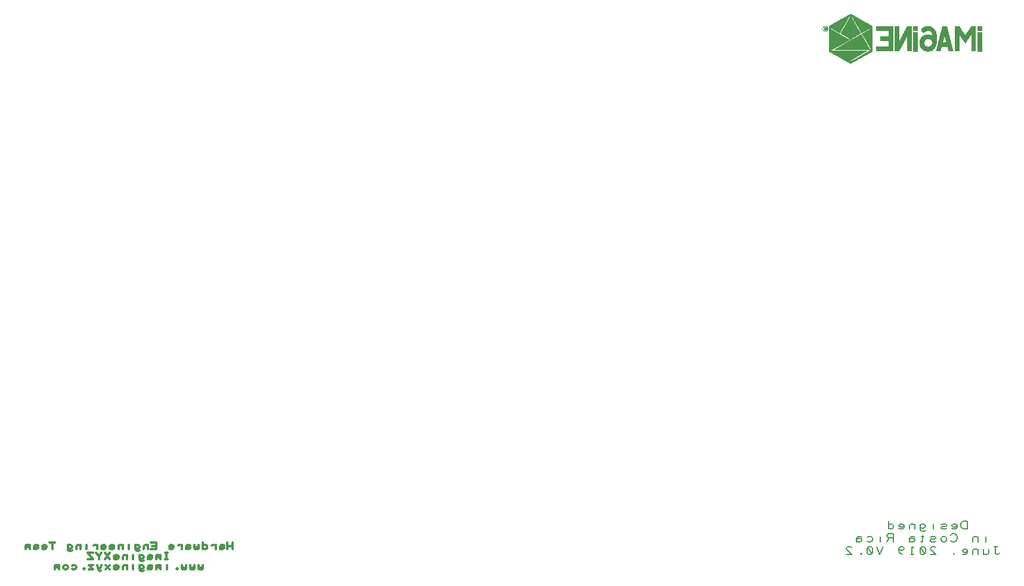
<source format=gbr>
G04 EasyPC Gerber Version 21.0.3 Build 4286 *
G04 #@! TF.Part,Single*
G04 #@! TF.FileFunction,Legend,Bot *
G04 #@! TF.FilePolarity,Positive *
%FSLAX35Y35*%
%MOIN*%
%ADD23C,0.00197*%
%ADD19C,0.00787*%
%ADD22C,0.01181*%
X0Y0D02*
D02*
D19*
X627219Y85019D02*
Y89448D01*
X625004*
X624266Y89079*
X623896Y88710*
X623528Y87972*
Y86495*
X623896Y85757*
X624266Y85388*
X625004Y85019*
X627219*
X618360Y85388D02*
X618729Y85019D01*
X619467*
X620206*
X620944Y85388*
X621313Y86126*
Y87233*
X620944Y87602*
X620206Y87972*
X619467*
X618729Y87602*
X618360Y87233*
Y86864*
X618729Y86495*
X619467Y86126*
X620206*
X620944Y86495*
X621313Y86864*
X615407Y85388D02*
X614669Y85019D01*
X613193*
X612455Y85388*
Y86126*
X613193Y86495*
X614669*
X615407Y86864*
Y87602*
X614669Y87972*
X613193*
X612455Y87602*
X608026Y85019D02*
Y87972D01*
Y89079D02*
X600644Y86864*
X601013Y87602D01*
X601751Y87972*
X602489*
X603227Y87602*
X603596Y86864*
Y86495*
X603227Y85757*
X602489Y85388*
X601751*
X601013Y85757*
X600644Y86495*
Y87972D02*
Y85019D01*
X601013Y84281*
X601751Y83911*
X602858*
X603596Y84281*
X597691Y85019D02*
Y87972D01*
Y86864D02*
X597322Y87602D01*
X596583Y87972*
X595845*
X595107Y87602*
X594738Y86864*
Y85019*
X588833Y85388D02*
X589202Y85019D01*
X589940*
X590678*
X591416Y85388*
X591785Y86126*
Y87233*
X591416Y87602*
X590678Y87972*
X589940*
X589202Y87602*
X588833Y87233*
Y86864*
X589202Y86495*
X589940Y86126*
X590678*
X591416Y86495*
X591785Y86864*
X582927D02*
X583296Y87602D01*
X584034Y87972*
X584772*
X585511Y87602*
X585880Y86864*
Y86126*
X585511Y85388*
X584772Y85019*
X584034*
X583296Y85388*
X582927Y86126*
Y85019D02*
Y89448D01*
X637553Y77932D02*
Y80885D01*
Y81992D02*
X633124Y77932*
Y80885D01*
Y79778D02*
X632755Y80516D01*
X632017Y80885*
X631278*
X630540Y80516*
X630171Y79778*
Y77932*
X617622Y78670D02*
X617991Y78301D01*
X618729Y77932*
X619837*
X620575Y78301*
X620944Y78670*
X621313Y79409*
Y80885*
X620944Y81623*
X620575Y81992*
X619837Y82361*
X618729*
X617991Y81992*
X617622Y81623*
X615407Y79039D02*
X615038Y78301D01*
X614300Y77932*
X613562*
X612824Y78301*
X612455Y79039*
Y79778*
X612824Y80516*
X613562Y80885*
X614300*
X615038Y80516*
X615407Y79778*
Y79039*
X609502Y78301D02*
X608764Y77932D01*
X607287*
X606549Y78301*
Y79039*
X607287Y79409*
X608764*
X609502Y79778*
Y80516*
X608764Y80885*
X607287*
X606549Y80516*
X602858Y80885D02*
X601382D01*
X602120Y81623D02*
Y78301D01*
X601751Y77932*
X601382*
X601013Y78301*
X597691Y80516D02*
X596953Y80885D01*
X595845*
X595107Y80516*
X594738Y79778*
Y78670*
X595107Y78301*
X595845Y77932*
X596583*
X597322Y78301*
X597691Y78670*
Y79039*
X597322Y79409*
X596583Y79778*
X595845*
X595107Y79409*
X594738Y79039*
Y78670D02*
Y77932D01*
X585880D02*
Y82361D01*
X583296*
X582558Y81992*
X582189Y81254*
X582558Y80516*
X583296Y80147*
X585880*
X583296D02*
X582189Y77932D01*
X578498D02*
Y80885D01*
Y81992D02*
X571116Y80516*
X571854Y80885D01*
X572961*
X573700Y80516*
X574069Y79778*
Y79039*
X573700Y78301*
X572961Y77932*
X571854*
X571116Y78301*
X568163Y80516D02*
X567425Y80885D01*
X566318*
X565580Y80516*
X565211Y79778*
Y78670*
X565580Y78301*
X566318Y77932*
X567056*
X567794Y78301*
X568163Y78670*
Y79039*
X567794Y79409*
X567056Y79778*
X566318*
X565580Y79409*
X565211Y79039*
Y78670D02*
Y77932D01*
X644935Y71584D02*
X644566Y71215D01*
X643828Y70846*
X643089Y71215*
X642720Y71584*
Y75275*
X641982*
X642720D02*
X644197D01*
X639030Y73798D02*
Y71953D01*
X638660Y71215*
X637922Y70846*
X637184*
X636446Y71215*
X636077Y71953*
Y73798D02*
Y70846D01*
X633124D02*
Y73798D01*
Y72691D02*
X632755Y73429D01*
X632017Y73798*
X631278*
X630540Y73429*
X630171Y72691*
Y70846*
X624266Y71215D02*
X624635Y70846D01*
X625373*
X626111*
X626849Y71215*
X627219Y71953*
Y73060*
X626849Y73429*
X626111Y73798*
X625373*
X624635Y73429*
X624266Y73060*
Y72691*
X624635Y72322*
X625373Y71953*
X626111*
X626849Y72322*
X627219Y72691*
X619837Y70846D02*
X619467Y71215D01*
Y71584*
X606549Y70846D02*
X609502D01*
X606918Y73429*
X606549Y74167*
X606918Y74906*
X607656Y75275*
X608764*
X609502Y74906*
X603227Y71215D02*
X602489Y70846D01*
X601751*
X601013Y71215*
X600644Y71953*
Y74167*
X601013Y74906*
X601751Y75275*
X602489*
X603227Y74906*
X603596Y74167*
Y71953*
X603227Y71215*
X601013Y74906*
X596953Y70846D02*
X595476D01*
X596215D02*
Y75275D01*
X596953Y74537*
X590678Y70846D02*
X589940Y71215D01*
X589202Y71953*
X588833Y73060*
Y74167*
X589202Y74906*
X589940Y75275*
X590678*
X591416Y74906*
X591785Y74167*
X591416Y73429*
X590678Y73060*
X589940*
X589202Y73429*
X588833Y74167*
X579974Y75275D02*
X578129Y70846D01*
X576283Y75275*
X573700Y71215D02*
X572961Y70846D01*
X572223*
X571485Y71215*
X571116Y71953*
Y74167*
X571485Y74906*
X572223Y75275*
X572961*
X573700Y74906*
X574069Y74167*
Y71953*
X573700Y71215*
X571485Y74906*
X567794Y70846D02*
X567425Y71215D01*
X567794Y71584*
X568163Y71215*
X567794Y70846*
X559305D02*
X562258D01*
X559674Y73429*
X559305Y74167*
X559674Y74906*
X560412Y75275*
X561520*
X562258Y74906*
D02*
D22*
X216392Y73774D02*
Y77317D01*
Y75545D02*
X213439D01*
Y73774D02*
Y77317D01*
X211667Y75841D02*
X211077Y76136D01*
X210191*
X209600Y75841*
X209305Y75250*
Y74364*
X209600Y74069*
X210191Y73774*
X210781*
X211372Y74069*
X211667Y74364*
Y74659*
X211372Y74955*
X210781Y75250*
X210191*
X209600Y74955*
X209305Y74659*
Y74364D02*
Y73774D01*
X206943D02*
Y76136D01*
Y75250D02*
X206648Y75841D01*
X206057Y76136*
X205467*
X204876Y75841*
X199856Y75250D02*
X200152Y75841D01*
X200742Y76136*
X201333*
X201923Y75841*
X202219Y75250*
Y74659*
X201923Y74069*
X201333Y73774*
X200742*
X200152Y74069*
X199856Y74659*
Y73774D02*
Y77317D01*
X197494Y76136D02*
Y74069D01*
X197199Y73774*
X196608*
X196313Y74069*
Y74955*
Y74069D02*
X196018Y73774D01*
X195427*
X195132Y74069*
Y76136*
X192770Y75841D02*
X192179Y76136D01*
X191293*
X190703Y75841*
X190407Y75250*
Y74364*
X190703Y74069*
X191293Y73774*
X191884*
X192474Y74069*
X192770Y74364*
Y74659*
X192474Y74955*
X191884Y75250*
X191293*
X190703Y74955*
X190407Y74659*
Y74364D02*
Y73774D01*
X188045D02*
Y76136D01*
Y75250D02*
X187750Y75841D01*
X187159Y76136*
X186569*
X185978Y75841*
X180959Y74069D02*
X181254Y73774D01*
X181844*
X182435*
X183026Y74069*
X183321Y74659*
Y75545*
X183026Y75841*
X182435Y76136*
X181844*
X181254Y75841*
X180959Y75545*
Y75250*
X181254Y74955*
X181844Y74659*
X182435*
X183026Y74955*
X183321Y75250*
X173872Y73774D02*
Y77317D01*
X170919*
X171510Y75545D02*
X173872D01*
Y73774D02*
X170919D01*
X169148D02*
Y76136D01*
Y75250D02*
X168852Y75841D01*
X168262Y76136*
X167671*
X167081Y75841*
X166785Y75250*
Y73774*
X162061Y75250D02*
X162356Y75841D01*
X162947Y76136*
X163537*
X164128Y75841*
X164423Y75250*
Y74955*
X164128Y74364*
X163537Y74069*
X162947*
X162356Y74364*
X162061Y74955*
Y76136D02*
Y73774D01*
X162356Y73183*
X162947Y72888*
X163833*
X164423Y73183*
X158518Y73774D02*
Y76136D01*
Y77022D02*
X154974Y73774*
Y76136D01*
Y75250D02*
X154679Y75841D01*
X154089Y76136*
X153498*
X152907Y75841*
X152612Y75250*
Y73774*
X147888Y74069D02*
X148183Y73774D01*
X148774*
X149364*
X149955Y74069*
X150250Y74659*
Y75545*
X149955Y75841*
X149364Y76136*
X148774*
X148183Y75841*
X147888Y75545*
Y75250*
X148183Y74955*
X148774Y74659*
X149364*
X149955Y74955*
X150250Y75250*
X143163Y74069D02*
X143459Y73774D01*
X144049*
X144640*
X145230Y74069*
X145526Y74659*
Y75545*
X145230Y75841*
X144640Y76136*
X144049*
X143459Y75841*
X143163Y75545*
Y75250*
X143459Y74955*
X144049Y74659*
X144640*
X145230Y74955*
X145526Y75250*
X140801Y73774D02*
Y76136D01*
Y75250D02*
X140506Y75841D01*
X139915Y76136*
X139325*
X138734Y75841*
X134896Y73774D02*
Y76136D01*
Y77022D02*
X131352Y73774*
Y76136D01*
Y75250D02*
X131057Y75841D01*
X130467Y76136*
X129876*
X129285Y75841*
X128990Y75250*
Y73774*
X124266Y75250D02*
X124561Y75841D01*
X125152Y76136*
X125742*
X126333Y75841*
X126628Y75250*
Y74955*
X126333Y74364*
X125742Y74069*
X125152*
X124561Y74364*
X124266Y74955*
Y76136D02*
Y73774D01*
X124561Y73183*
X125152Y72888*
X126037*
X126628Y73183*
X115703Y73774D02*
Y77317D01*
X117179D02*
X114226D01*
X110093Y74069D02*
X110388Y73774D01*
X110978*
X111569*
X112159Y74069*
X112455Y74659*
Y75545*
X112159Y75841*
X111569Y76136*
X110978*
X110388Y75841*
X110093Y75545*
Y75250*
X110388Y74955*
X110978Y74659*
X111569*
X112159Y74955*
X112455Y75250*
X107730Y75841D02*
X107140Y76136D01*
X106254*
X105663Y75841*
X105368Y75250*
Y74364*
X105663Y74069*
X106254Y73774*
X106844*
X107435Y74069*
X107730Y74364*
Y74659*
X107435Y74955*
X106844Y75250*
X106254*
X105663Y74955*
X105368Y74659*
Y74364D02*
Y73774D01*
X103006D02*
Y76136D01*
Y75841D02*
X102711Y76136D01*
X102120*
X101825Y75841*
Y74955*
Y75841D02*
X101530Y76136D01*
X100939*
X100644Y75841*
Y73774*
X180073Y68104D02*
X178892D01*
X179482D02*
Y71648D01*
X180073D02*
X178892D01*
X176234Y68104D02*
Y70467D01*
Y70171D02*
X175939Y70467D01*
X175348*
X175053Y70171*
Y69285*
Y70171D02*
X174758Y70467D01*
X174167*
X173872Y70171*
Y68104*
X171510Y70171D02*
X170919Y70467D01*
X170033*
X169443Y70171*
X169148Y69581*
Y68695*
X169443Y68400*
X170033Y68104*
X170624*
X171215Y68400*
X171510Y68695*
Y68990*
X171215Y69285*
X170624Y69581*
X170033*
X169443Y69285*
X169148Y68990*
Y68695D02*
Y68104D01*
X164423Y69581D02*
X164719Y70171D01*
X165309Y70467*
X165900*
X166490Y70171*
X166785Y69581*
Y69285*
X166490Y68695*
X165900Y68400*
X165309*
X164719Y68695*
X164423Y69285*
Y70467D02*
Y68104D01*
X164719Y67514*
X165309Y67219*
X166195*
X166785Y67514*
X160880Y68104D02*
Y70467D01*
Y71352D02*
X157337Y68104*
Y70467D01*
Y69581D02*
X157041Y70171D01*
X156451Y70467*
X155860*
X155270Y70171*
X154974Y69581*
Y68104*
X150250Y68400D02*
X150545Y68104D01*
X151136*
X151726*
X152317Y68400*
X152612Y68990*
Y69876*
X152317Y70171*
X151726Y70467*
X151136*
X150545Y70171*
X150250Y69876*
Y69581*
X150545Y69285*
X151136Y68990*
X151726*
X152317Y69285*
X152612Y69581*
X147888Y68104D02*
X144935Y71648D01*
X147888D02*
X144935Y68104D01*
X141687D02*
Y69876D01*
X143163Y71648*
X141687Y69876D02*
X140211Y71648D01*
X138439D02*
X135486D01*
X138439Y68104*
X135486*
X199856Y64797D02*
Y62730D01*
X199561Y62435*
X198970*
X198675Y62730*
Y63616*
Y62730D02*
X198380Y62435D01*
X197789*
X197494Y62730*
Y64797*
X195132D02*
Y62730D01*
X194837Y62435*
X194246*
X193951Y62730*
Y63616*
Y62730D02*
X193656Y62435D01*
X193065*
X192770Y62730*
Y64797*
X190407D02*
Y62730D01*
X190112Y62435*
X189522*
X189226Y62730*
Y63616*
Y62730D02*
X188931Y62435D01*
X188341*
X188045Y62730*
Y64797*
X185388Y62435D02*
X185093Y62730D01*
X185388Y63026*
X185683Y62730*
X185388Y62435*
X179778D02*
Y64797D01*
Y65683D02*
X176234Y62435*
Y64797D01*
Y64502D02*
X175939Y64797D01*
X175348*
X175053Y64502*
Y63616*
Y64502D02*
X174758Y64797D01*
X174167*
X173872Y64502*
Y62435*
X171510Y64502D02*
X170919Y64797D01*
X170033*
X169443Y64502*
X169148Y63911*
Y63026*
X169443Y62730*
X170033Y62435*
X170624*
X171215Y62730*
X171510Y63026*
Y63321*
X171215Y63616*
X170624Y63911*
X170033*
X169443Y63616*
X169148Y63321*
Y63026D02*
Y62435D01*
X164423Y63911D02*
X164719Y64502D01*
X165309Y64797*
X165900*
X166490Y64502*
X166785Y63911*
Y63616*
X166490Y63026*
X165900Y62730*
X165309*
X164719Y63026*
X164423Y63616*
Y64797D02*
Y62435D01*
X164719Y61844*
X165309Y61549*
X166195*
X166785Y61844*
X160880Y62435D02*
Y64797D01*
Y65683D02*
X157337Y62435*
Y64797D01*
Y63911D02*
X157041Y64502D01*
X156451Y64797*
X155860*
X155270Y64502*
X154974Y63911*
Y62435*
X150250Y62730D02*
X150545Y62435D01*
X151136*
X151726*
X152317Y62730*
X152612Y63321*
Y64207*
X152317Y64502*
X151726Y64797*
X151136*
X150545Y64502*
X150250Y64207*
Y63911*
X150545Y63616*
X151136Y63321*
X151726*
X152317Y63616*
X152612Y63911*
X147888Y62435D02*
X145526Y64797D01*
Y62435D02*
X147888Y64797D01*
X143163D02*
X142868Y63616D01*
X142278Y63026*
X141687*
X141096Y63616*
X140801Y64797*
X141096Y63616D02*
X141392Y62435D01*
X141687Y61844*
X142278Y61549*
X142868Y61844*
X138439Y64797D02*
X136077D01*
X138439Y62435*
X136077*
X133419D02*
X133124Y62730D01*
X133419Y63026*
X133715Y62730*
X133419Y62435*
X126628Y64502D02*
X127219Y64797D01*
X128104*
X128695Y64502*
X128990Y63911*
Y63321*
X128695Y62730*
X128104Y62435*
X127219*
X126628Y62730*
X124266Y63321D02*
X123970Y62730D01*
X123380Y62435*
X122789*
X122199Y62730*
X121904Y63321*
Y63911*
X122199Y64502*
X122789Y64797*
X123380*
X123970Y64502*
X124266Y63911*
Y63321*
X119541Y62435D02*
Y64797D01*
Y64502D02*
X119246Y64797D01*
X118656*
X118360Y64502*
Y63616*
Y64502D02*
X118065Y64797D01*
X117474*
X117179Y64502*
Y62435*
D02*
D23*
X546163Y365166D02*
X546173Y364967D01*
X546205Y364784*
X546257Y364611*
X546330Y364444*
X546423Y364287*
X546538Y364152*
X546673Y364037*
X546830Y363944*
X546997Y363871*
X547170Y363819*
X547353Y363787*
X547552Y363777*
X547750Y363787*
X547934Y363819*
X548106Y363871*
X548274Y363944*
X548430Y364037*
X548566Y364152*
X548680Y364287*
X548774Y364444*
X548847Y364611*
X548899Y364784*
X548930Y364967*
X548941Y365166*
X548930Y365365*
X548899Y365548*
X548847Y365720*
X548774Y365888*
X548680Y366044*
X548566Y366180*
X548430Y366294*
X548274Y366388*
X548106Y366461*
X547934Y366513*
X547750Y366544*
X547552Y366555*
X547353Y366544*
X547170Y366513*
X546997Y366461*
X546830Y366388*
X546673Y366294*
X546538Y366180*
X546423Y366044*
X546330Y365888*
X546257Y365720*
X546205Y365548*
X546173Y365365*
X546163Y365166*
X548385Y365944D02*
X547552D01*
X547428Y365934*
X547316Y365909*
X547224Y365873*
X547163Y365833*
X547099Y365780*
X547066Y365707*
X547054Y365614*
X547052Y365499*
X547061Y365424*
X547087Y365360*
X547122Y365296*
X547163Y365222*
X547215Y365180*
X547288Y365138*
X547381Y365096*
X547496Y365055*
X547456Y365046*
X547420Y365027*
X547394Y365008*
X547385Y364999*
X547352Y364957*
X547330Y364916*
X547307Y364874*
X547274Y364833*
X547255Y364802*
X547205Y364715*
X547133Y364575*
X547052Y364388*
X547496*
X547602Y364576*
X547677Y364722*
X547731Y364826*
X547774Y364888*
X547816Y364929*
X547857Y364965*
X547899Y364990*
X547941Y364999*
X547996*
Y364388*
X548385*
Y365944*
X547136Y364580D02*
X547604D01*
X547996D02*
X548385D01*
X547239Y364774D02*
X547704D01*
X547996D02*
X548385D01*
X547361Y364969D02*
X547865D01*
X547996D02*
X548385D01*
X547243Y365164D02*
X548385D01*
X547087Y365359D02*
X548385D01*
X547053Y365554D02*
X548385D01*
X547085Y365749D02*
X548385D01*
X550441Y365055D02*
X552982Y363583D01*
X555524Y362110*
X558066Y360638*
X560607Y359166*
X560802Y359277*
X561385Y359610*
X560135Y360333*
X558885Y361055*
X557635Y361777*
X556385Y362499*
X556357Y362513*
X556330Y362527*
X556302Y362541*
X556274Y362555*
X556288Y362583*
X556302Y362610*
X556316Y362638*
X556330Y362666*
X557635Y364930*
X561552Y371721*
Y372499*
X561219Y372305*
X561052Y372207*
X560885Y372110*
X558274Y367583*
X556969Y365319*
X555663Y363055*
X555649Y363027*
X555621Y362971*
X555607Y362944*
X555552Y362971*
X555524Y362985*
X555496Y362999*
X554246Y363721*
X552996Y364444*
X551746Y365166*
X550496Y365888*
Y365055*
X550441*
X551274Y352666D02*
X570607D01*
X570496Y352596*
X570385Y352527*
X570274Y352457*
X570163Y352388*
X567871Y351069*
X563288Y348430*
X560996Y347110*
X561580Y346777*
X561774Y346666*
X564552Y348263*
X570107Y351457*
X572885Y353055*
X572719Y353152*
X572552Y353249*
X572219Y353444*
X552830*
X552955Y353513*
X553080Y353583*
X553205Y353652*
X553330Y353721*
X555621Y355041*
X557913Y356360*
X560205Y357680*
X562496Y358999*
X562302Y359110*
X562107Y359221*
X561913Y359333*
X561719Y359444*
X558941Y357846*
X556163Y356249*
X553385Y354652*
X550607Y353055*
X550941Y352860*
X551107Y352763*
X551274Y352666*
X561668Y373436D02*
Y372563D01*
X561917Y372313*
X562666Y372063*
X567908Y362953*
X573025Y365948*
Y364950*
X568282Y362204*
X573025Y354092*
Y353343*
X572151Y353842*
X567533Y361954*
X552807Y353468*
X572151*
X572900Y353093*
X561668Y346604*
Y345730*
X573774Y352594*
Y366572*
X561668Y373436*
Y345763D02*
X561726D01*
X561668Y345958D02*
X562070D01*
X561668Y346153D02*
X562413D01*
X561668Y346348D02*
X562757D01*
X561668Y346543D02*
X563101D01*
X561899Y346737D02*
X563444D01*
X562237Y346932D02*
X563788D01*
X562574Y347127D02*
X564132D01*
X562911Y347322D02*
X564476D01*
X563248Y347517D02*
X564819D01*
X563586Y347712D02*
X565163D01*
X563923Y347907D02*
X565507D01*
X564261Y348102D02*
X565850D01*
X564598Y348296D02*
X566194D01*
X564935Y348491D02*
X566538D01*
X565272Y348686D02*
X566881D01*
X565609Y348881D02*
X567225D01*
X565947Y349076D02*
X567569D01*
X566284Y349271D02*
X567913D01*
X566622Y349466D02*
X568256D01*
X566959Y349661D02*
X568600D01*
X567296Y349856D02*
X568944D01*
X567633Y350050D02*
X569287D01*
X567971Y350245D02*
X569631D01*
X568308Y350440D02*
X569975D01*
X568645Y350635D02*
X570319D01*
X568983Y350830D02*
X570662D01*
X569320Y351025D02*
X571006D01*
X569657Y351220D02*
X571350D01*
X569994Y351415D02*
X571693D01*
X570332Y351609D02*
X572037D01*
X570669Y351804D02*
X572381D01*
X571006Y351999D02*
X572724D01*
X571344Y352194D02*
X573068D01*
X571681Y352389D02*
X573412D01*
X572018Y352584D02*
X573756D01*
X572356Y352779D02*
X573774D01*
X572693Y352974D02*
X573774D01*
X572750Y353169D02*
X573774D01*
X572360Y353363D02*
X572989D01*
X573025D02*
X573774D01*
X552964Y353558D02*
X572648D01*
X573025D02*
X573774D01*
X553302Y353753D02*
X572307D01*
X573025D02*
X573774D01*
X553640Y353948D02*
X572091D01*
X573025D02*
X573774D01*
X553978Y354143D02*
X571980D01*
X572995D02*
X573774D01*
X554317Y354338D02*
X571869D01*
X572881D02*
X573774D01*
X554655Y354533D02*
X571758D01*
X572767D02*
X573774D01*
X554993Y354728D02*
X571647D01*
X572653D02*
X573774D01*
X555331Y354922D02*
X571536D01*
X572539D02*
X573774D01*
X555669Y355117D02*
X571425D01*
X572425D02*
X573774D01*
X556007Y355312D02*
X571314D01*
X572311D02*
X573774D01*
X556346Y355507D02*
X571204D01*
X572197D02*
X573774D01*
X556684Y355702D02*
X571093D01*
X572083D02*
X573774D01*
X557022Y355897D02*
X570981D01*
X571970D02*
X573774D01*
X557360Y356092D02*
X570870D01*
X571856D02*
X573774D01*
X557698Y356287D02*
X570760D01*
X571742D02*
X573774D01*
X558037Y356481D02*
X570649D01*
X571628D02*
X573774D01*
X558375Y356676D02*
X570538D01*
X571514D02*
X573774D01*
X558713Y356871D02*
X570427D01*
X571400D02*
X573774D01*
X559051Y357066D02*
X570316D01*
X571286D02*
X573774D01*
X559389Y357261D02*
X570205D01*
X571172D02*
X573774D01*
X559728Y357456D02*
X570094D01*
X571058D02*
X573774D01*
X560065Y357651D02*
X569983D01*
X570944D02*
X573774D01*
X560404Y357846D02*
X569872D01*
X570830D02*
X573774D01*
X560742Y358041D02*
X569761D01*
X570716D02*
X573774D01*
X561080Y358235D02*
X569650D01*
X570602D02*
X573774D01*
X561418Y358430D02*
X569539D01*
X570489D02*
X573774D01*
X561756Y358625D02*
X569428D01*
X570374D02*
X573774D01*
X562094Y358820D02*
X569318D01*
X570261D02*
X573774D01*
X562433Y359015D02*
X569207D01*
X570146D02*
X573774D01*
X562771Y359210D02*
X569096D01*
X570033D02*
X573774D01*
X563109Y359405D02*
X568985D01*
X569919D02*
X573774D01*
X563447Y359600D02*
X568874D01*
X569805D02*
X573774D01*
X563785Y359794D02*
X568763D01*
X569691D02*
X573774D01*
X564124Y359989D02*
X568652D01*
X569577D02*
X573774D01*
X564462Y360184D02*
X568541D01*
X569463D02*
X573774D01*
X564800Y360379D02*
X568430D01*
X569349D02*
X573774D01*
X565138Y360574D02*
X568319D01*
X569235D02*
X573774D01*
X565476Y360769D02*
X568208D01*
X569121D02*
X573774D01*
X565815Y360964D02*
X568097D01*
X569007D02*
X573774D01*
X566153Y361159D02*
X567986D01*
X568893D02*
X573774D01*
X566491Y361354D02*
X567876D01*
X568780D02*
X573774D01*
X566829Y361548D02*
X567765D01*
X568665D02*
X573774D01*
X567167Y361743D02*
X567654D01*
X568552D02*
X573774D01*
X567506Y361938D02*
X567543D01*
X568438D02*
X573774D01*
X568324Y362133D02*
X573774D01*
X568496Y362328D02*
X573774D01*
X568833Y362523D02*
X573774D01*
X569170Y362718D02*
X573774D01*
X569506Y362913D02*
X573774D01*
X567819Y363107D02*
X568172D01*
X569843D02*
X573774D01*
X567707Y363302D02*
X568505D01*
X570180D02*
X573774D01*
X567594Y363497D02*
X568838D01*
X570516D02*
X573774D01*
X567483Y363692D02*
X569171D01*
X570853D02*
X573774D01*
X567370Y363887D02*
X569504D01*
X571189D02*
X573774D01*
X567258Y364082D02*
X569837D01*
X571526D02*
X573774D01*
X567146Y364277D02*
X570170D01*
X571863D02*
X573774D01*
X567034Y364472D02*
X570503D01*
X572199D02*
X573774D01*
X566922Y364667D02*
X570835D01*
X572536D02*
X573774D01*
X566810Y364861D02*
X571169D01*
X572872D02*
X573774D01*
X566698Y365056D02*
X571502D01*
X573025D02*
X573774D01*
X566585Y365251D02*
X571834D01*
X573025D02*
X573774D01*
X566473Y365446D02*
X572167D01*
X573025D02*
X573774D01*
X566361Y365641D02*
X572500D01*
X573025D02*
X573774D01*
X566249Y365836D02*
X572833D01*
X573025D02*
X573774D01*
X566137Y366031D02*
X573774D01*
X566025Y366226D02*
X573774D01*
X565913Y366420D02*
X573774D01*
X565801Y366615D02*
X573697D01*
X565689Y366810D02*
X573354D01*
X565576Y367005D02*
X573010D01*
X565464Y367200D02*
X572666D01*
X565352Y367395D02*
X572322D01*
X565240Y367590D02*
X571979D01*
X565128Y367785D02*
X571635D01*
X565016Y367980D02*
X571291D01*
X564904Y368174D02*
X570948D01*
X564791Y368369D02*
X570604D01*
X564680Y368564D02*
X570260D01*
X564567Y368759D02*
X569917D01*
X564455Y368954D02*
X569573D01*
X564343Y369149D02*
X569229D01*
X564231Y369344D02*
X568885D01*
X564119Y369539D02*
X568542D01*
X564007Y369733D02*
X568198D01*
X563894Y369928D02*
X567854D01*
X563782Y370123D02*
X567511D01*
X563670Y370318D02*
X567167D01*
X563558Y370513D02*
X566823D01*
X563446Y370708D02*
X566480D01*
X563334Y370903D02*
X566136D01*
X563222Y371098D02*
X565792D01*
X563110Y371293D02*
X565448D01*
X562998Y371487D02*
X565105D01*
X562885Y371682D02*
X564761D01*
X562773Y371877D02*
X564417D01*
X562640Y372072D02*
X564074D01*
X562056Y372267D02*
X563730D01*
X561769Y372462D02*
X563386D01*
X561668Y372657D02*
X563043D01*
X561668Y372852D02*
X562699D01*
X561668Y373046D02*
X562355D01*
X561668Y373241D02*
X562011D01*
X561668Y373436D02*
X549687Y366572D01*
Y352594*
X561668Y345730*
Y346728*
X561044Y347103*
X570654Y352719*
X551309*
X550560Y353093*
X561668Y359458*
X562541Y358959*
X562791Y359209*
X562042Y359708*
X567159Y362578*
X561917Y371689*
Y372438*
X561668*
Y371814*
X556301Y362703*
X561418Y359583*
X560544Y359084*
X550435Y365074*
Y365948*
X555552Y362953*
X560919Y372063*
X561668Y372563*
Y373436*
X561610Y345763D02*
X561668D01*
X561270Y345958D02*
X561668D01*
X560930Y346153D02*
X561668D01*
X560589Y346348D02*
X561668D01*
X560249Y346543D02*
X561668D01*
X559909Y346737D02*
X561653D01*
X559569Y346932D02*
X561328D01*
X559229Y347127D02*
X561085D01*
X558889Y347322D02*
X561419D01*
X558548Y347517D02*
X561752D01*
X558208Y347712D02*
X562086D01*
X557868Y347907D02*
X562419D01*
X557528Y348102D02*
X562753D01*
X557188Y348296D02*
X563086D01*
X556848Y348491D02*
X563420D01*
X556507Y348686D02*
X563753D01*
X556167Y348881D02*
X564087D01*
X555827Y349076D02*
X564420D01*
X555487Y349271D02*
X564754D01*
X555147Y349466D02*
X565087D01*
X554807Y349661D02*
X565420D01*
X554467Y349856D02*
X565754D01*
X554126Y350050D02*
X566087D01*
X553786Y350245D02*
X566421D01*
X553446Y350440D02*
X566754D01*
X553106Y350635D02*
X567088D01*
X552766Y350830D02*
X567421D01*
X552426Y351025D02*
X567755D01*
X552085Y351220D02*
X568088D01*
X551745Y351415D02*
X568422D01*
X551405Y351609D02*
X568755D01*
X551065Y351804D02*
X569089D01*
X550725Y351999D02*
X569422D01*
X550385Y352194D02*
X569756D01*
X550044Y352389D02*
X570089D01*
X549704Y352584D02*
X570422D01*
X549687Y352779D02*
X551189D01*
X549687Y352974D02*
X550800D01*
X549687Y353169D02*
X550691D01*
X549687Y353363D02*
X551031D01*
X549687Y353558D02*
X551372D01*
X549687Y353753D02*
X551712D01*
X549687Y353948D02*
X552052D01*
X549687Y354143D02*
X552392D01*
X549687Y354338D02*
X552732D01*
X549687Y354533D02*
X553072D01*
X549687Y354728D02*
X553412D01*
X549687Y354922D02*
X553752D01*
X549687Y355117D02*
X554093D01*
X549687Y355312D02*
X554432D01*
X549687Y355507D02*
X554772D01*
X549687Y355702D02*
X555113D01*
X549687Y355897D02*
X555453D01*
X549687Y356092D02*
X555793D01*
X549687Y356287D02*
X556133D01*
X549687Y356481D02*
X556473D01*
X549687Y356676D02*
X556813D01*
X549687Y356871D02*
X557153D01*
X549687Y357066D02*
X557493D01*
X549687Y357261D02*
X557833D01*
X549687Y357456D02*
X558173D01*
X549687Y357651D02*
X558513D01*
X549687Y357846D02*
X558854D01*
X549687Y358041D02*
X559194D01*
X549687Y358235D02*
X559534D01*
X549687Y358430D02*
X559874D01*
X549687Y358625D02*
X560214D01*
X549687Y358820D02*
X560554D01*
X549687Y359015D02*
X560894D01*
X562444D02*
X562597D01*
X549687Y359210D02*
X560332D01*
X560765D02*
X561234D01*
X562102D02*
X562789D01*
X549687Y359405D02*
X560003D01*
X561106D02*
X561574D01*
X561761D02*
X562497D01*
X549687Y359600D02*
X559674D01*
X561391D02*
X562204D01*
X549687Y359794D02*
X559345D01*
X561071D02*
X562196D01*
X549687Y359989D02*
X559017D01*
X560752D02*
X562544D01*
X549687Y360184D02*
X558687D01*
X560432D02*
X562891D01*
X549687Y360379D02*
X558359D01*
X560113D02*
X563239D01*
X549687Y360574D02*
X558030D01*
X559793D02*
X563586D01*
X549687Y360769D02*
X557701D01*
X559473D02*
X563933D01*
X549687Y360964D02*
X557372D01*
X559154D02*
X564281D01*
X549687Y361159D02*
X557043D01*
X558834D02*
X564628D01*
X549687Y361354D02*
X556715D01*
X558515D02*
X564976D01*
X549687Y361548D02*
X556385D01*
X558195D02*
X565323D01*
X549687Y361743D02*
X556057D01*
X557875D02*
X565670D01*
X549687Y361938D02*
X555728D01*
X557556D02*
X566018D01*
X549687Y362133D02*
X555399D01*
X557236D02*
X566365D01*
X549687Y362328D02*
X555070D01*
X556917D02*
X566713D01*
X549687Y362523D02*
X554741D01*
X556597D02*
X567060D01*
X549687Y362718D02*
X554412D01*
X556310D02*
X567079D01*
X549687Y362913D02*
X554083D01*
X556424D02*
X566967D01*
X549687Y363107D02*
X553755D01*
X555288D02*
X555643D01*
X556539D02*
X566855D01*
X549687Y363302D02*
X553426D01*
X554955D02*
X555758D01*
X556654D02*
X566743D01*
X549687Y363497D02*
X553097D01*
X554622D02*
X555873D01*
X556769D02*
X566630D01*
X549687Y363692D02*
X552768D01*
X554289D02*
X555988D01*
X556884D02*
X566518D01*
X549687Y363887D02*
X552439D01*
X553956D02*
X556103D01*
X556998D02*
X566406D01*
X549687Y364082D02*
X552110D01*
X553624D02*
X556217D01*
X557113D02*
X566294D01*
X549687Y364277D02*
X551781D01*
X553291D02*
X556332D01*
X557228D02*
X566182D01*
X549687Y364472D02*
X551453D01*
X552957D02*
X556447D01*
X557343D02*
X566070D01*
X549687Y364667D02*
X551124D01*
X552625D02*
X556562D01*
X557458D02*
X565957D01*
X549687Y364861D02*
X550795D01*
X552292D02*
X556677D01*
X557572D02*
X565846D01*
X549687Y365056D02*
X550466D01*
X551959D02*
X556791D01*
X557687D02*
X565733D01*
X549687Y365251D02*
X550435D01*
X551626D02*
X556906D01*
X557802D02*
X565621D01*
X549687Y365446D02*
X550435D01*
X551293D02*
X557021D01*
X557917D02*
X565509D01*
X549687Y365641D02*
X550435D01*
X550960D02*
X557136D01*
X558031D02*
X565397D01*
X549687Y365836D02*
X550435D01*
X550627D02*
X557251D01*
X558146D02*
X565285D01*
X549687Y366031D02*
X557365D01*
X558261D02*
X565173D01*
X549687Y366226D02*
X557480D01*
X558376D02*
X565061D01*
X549687Y366420D02*
X557595D01*
X558491D02*
X564948D01*
X549762Y366615D02*
X557710D01*
X558606D02*
X564836D01*
X550102Y366810D02*
X557824D01*
X558720D02*
X564724D01*
X550443Y367005D02*
X557939D01*
X558835D02*
X564612D01*
X550783Y367200D02*
X558054D01*
X558950D02*
X564500D01*
X551123Y367395D02*
X558169D01*
X559065D02*
X564388D01*
X551463Y367590D02*
X558284D01*
X559180D02*
X564276D01*
X551803Y367785D02*
X558398D01*
X559294D02*
X564164D01*
X552143Y367980D02*
X558513D01*
X559409D02*
X564052D01*
X552483Y368174D02*
X558628D01*
X559524D02*
X563939D01*
X552824Y368369D02*
X558743D01*
X559639D02*
X563827D01*
X553164Y368564D02*
X558858D01*
X559754D02*
X563715D01*
X553504Y368759D02*
X558972D01*
X559869D02*
X563603D01*
X553844Y368954D02*
X559087D01*
X559983D02*
X563491D01*
X554184Y369149D02*
X559202D01*
X560098D02*
X563379D01*
X554524Y369344D02*
X559317D01*
X560213D02*
X563267D01*
X554865Y369539D02*
X559431D01*
X560328D02*
X563155D01*
X555205Y369733D02*
X559546D01*
X560443D02*
X563043D01*
X555545Y369928D02*
X559661D01*
X560557D02*
X562930D01*
X555885Y370123D02*
X559776D01*
X560672D02*
X562818D01*
X556225Y370318D02*
X559891D01*
X560787D02*
X562706D01*
X556565Y370513D02*
X560006D01*
X560902D02*
X562594D01*
X556906Y370708D02*
X560120D01*
X561016D02*
X562482D01*
X557246Y370903D02*
X560235D01*
X561131D02*
X562370D01*
X557586Y371098D02*
X560350D01*
X561246D02*
X562257D01*
X557926Y371293D02*
X560465D01*
X561361D02*
X562145D01*
X558266Y371487D02*
X560580D01*
X561476D02*
X562033D01*
X558606Y371682D02*
X560694D01*
X561590D02*
X561921D01*
X558946Y371877D02*
X560809D01*
X561668D02*
X561917D01*
X559287Y372072D02*
X560932D01*
X561668D02*
X561917D01*
X559627Y372267D02*
X561224D01*
X561668D02*
X561917D01*
X559967Y372462D02*
X561517D01*
X560307Y372657D02*
X561668D01*
X560647Y372852D02*
X561668D01*
X560987Y373046D02*
X561668D01*
X561328Y373241D02*
X561668D01*
X572941Y354055D02*
X571774Y356083D01*
X570607Y358110*
X569441Y360138*
X568274Y362166*
X568260Y362194*
X568246Y362221*
X568219Y362277*
X568246Y362291*
X568274Y362305*
X568302Y362319*
X568330Y362333*
X570635Y363666*
X571788Y364333*
X572941Y364999*
Y365888*
X571691Y365166*
X570441Y364444*
X569191Y363721*
X567941Y362999*
X567913Y362985*
X567885Y362971*
X567857Y362957*
X567830Y362944*
X567816Y362971*
X567802Y362999*
X567788Y363027*
X567774Y363055*
X566469Y365319*
X565163Y367583*
X563857Y369846*
X562552Y372110*
X562219Y372305*
X562052Y372402*
X561885Y372499*
Y371721*
X565802Y364930*
X567107Y362666*
X567121Y362638*
X567135Y362610*
X567149Y362583*
X567163Y362555*
X567135Y362541*
X567107Y362527*
X567080Y362513*
X567052Y362499*
X565802Y361777*
X564552Y361055*
X563302Y360333*
X562052Y359610*
X562635Y359277*
X562830Y359166*
X563982Y359833*
X566288Y361166*
X567441Y361833*
X567469Y361846*
X567496Y361860*
X567524Y361874*
X567552Y361888*
X567566Y361860*
X567580Y361833*
X567593Y361805*
X567607Y361777*
X569941Y357721*
X571107Y355694*
X572274Y353666*
X572441Y353569*
X572607Y353471*
X572774Y353374*
X572941Y353277*
Y354055*
X585274Y366555D02*
Y352666D01*
X575996*
Y354999*
X582941*
Y358444*
X578330*
Y360721*
X582941*
Y364221*
X575996*
Y366555*
X585274*
X575996Y352718D02*
X585274D01*
X575996Y352913D02*
X585274D01*
X575996Y353108D02*
X585274D01*
X575996Y353303D02*
X585274D01*
X575996Y353498D02*
X585274D01*
X575996Y353693D02*
X585274D01*
X575996Y353887D02*
X585274D01*
X575996Y354082D02*
X585274D01*
X575996Y354277D02*
X585274D01*
X575996Y354472D02*
X585274D01*
X575996Y354667D02*
X585274D01*
X575996Y354862D02*
X585274D01*
X582941Y355057D02*
X585274D01*
X582941Y355252D02*
X585274D01*
X582941Y355446D02*
X585274D01*
X582941Y355641D02*
X585274D01*
X582941Y355836D02*
X585274D01*
X582941Y356031D02*
X585274D01*
X582941Y356226D02*
X585274D01*
X582941Y356421D02*
X585274D01*
X582941Y356616D02*
X585274D01*
X582941Y356811D02*
X585274D01*
X582941Y357006D02*
X585274D01*
X582941Y357200D02*
X585274D01*
X582941Y357395D02*
X585274D01*
X582941Y357590D02*
X585274D01*
X582941Y357785D02*
X585274D01*
X582941Y357980D02*
X585274D01*
X582941Y358175D02*
X585274D01*
X582941Y358370D02*
X585274D01*
X578330Y358565D02*
X585274D01*
X578330Y358759D02*
X585274D01*
X578330Y358954D02*
X585274D01*
X578330Y359149D02*
X585274D01*
X578330Y359344D02*
X585274D01*
X578330Y359539D02*
X585274D01*
X578330Y359734D02*
X585274D01*
X578330Y359929D02*
X585274D01*
X578330Y360124D02*
X585274D01*
X578330Y360319D02*
X585274D01*
X578330Y360513D02*
X585274D01*
X578330Y360708D02*
X585274D01*
X582941Y360903D02*
X585274D01*
X582941Y361098D02*
X585274D01*
X582941Y361293D02*
X585274D01*
X582941Y361488D02*
X585274D01*
X582941Y361683D02*
X585274D01*
X582941Y361878D02*
X585274D01*
X582941Y362072D02*
X585274D01*
X582941Y362267D02*
X585274D01*
X582941Y362462D02*
X585274D01*
X582941Y362657D02*
X585274D01*
X582941Y362852D02*
X585274D01*
X582941Y363047D02*
X585274D01*
X582941Y363242D02*
X585274D01*
X582941Y363437D02*
X585274D01*
X582941Y363631D02*
X585274D01*
X582941Y363826D02*
X585274D01*
X582941Y364021D02*
X585274D01*
X582941Y364216D02*
X585274D01*
X575996Y364411D02*
X585274D01*
X575996Y364606D02*
X585274D01*
X575996Y364801D02*
X585274D01*
X575996Y364996D02*
X585274D01*
X575996Y365191D02*
X585274D01*
X575996Y365385D02*
X585274D01*
X575996Y365580D02*
X585274D01*
X575996Y365775D02*
X585274D01*
X575996Y365970D02*
X585274D01*
X575996Y366165D02*
X585274D01*
X575996Y366360D02*
X585274D01*
X593385Y361555D02*
X588774Y352666D01*
X586441*
Y366555*
X588774*
Y357666*
X593385Y366555*
X595719*
Y352666*
X593385*
Y361555*
X586441Y352785D02*
X588836D01*
X593385D02*
X595719D01*
X586441Y352980D02*
X588937D01*
X593385D02*
X595719D01*
X586441Y353175D02*
X589038D01*
X593385D02*
X595719D01*
X586441Y353370D02*
X589139D01*
X593385D02*
X595719D01*
X586441Y353565D02*
X589240D01*
X593385D02*
X595719D01*
X586441Y353759D02*
X589341D01*
X593385D02*
X595719D01*
X586441Y353954D02*
X589443D01*
X593385D02*
X595719D01*
X586441Y354149D02*
X589544D01*
X593385D02*
X595719D01*
X586441Y354344D02*
X589644D01*
X593385D02*
X595719D01*
X586441Y354539D02*
X589746D01*
X593385D02*
X595719D01*
X586441Y354734D02*
X589847D01*
X593385D02*
X595719D01*
X586441Y354929D02*
X589948D01*
X593385D02*
X595719D01*
X586441Y355124D02*
X590049D01*
X593385D02*
X595719D01*
X586441Y355319D02*
X590150D01*
X593385D02*
X595719D01*
X586441Y355513D02*
X590251D01*
X593385D02*
X595719D01*
X586441Y355708D02*
X590352D01*
X593385D02*
X595719D01*
X586441Y355903D02*
X590454D01*
X593385D02*
X595719D01*
X586441Y356098D02*
X590554D01*
X593385D02*
X595719D01*
X586441Y356293D02*
X590656D01*
X593385D02*
X595719D01*
X586441Y356488D02*
X590757D01*
X593385D02*
X595719D01*
X586441Y356683D02*
X590858D01*
X593385D02*
X595719D01*
X586441Y356878D02*
X590959D01*
X593385D02*
X595719D01*
X586441Y357072D02*
X591060D01*
X593385D02*
X595719D01*
X586441Y357267D02*
X591161D01*
X593385D02*
X595719D01*
X586441Y357462D02*
X591262D01*
X593385D02*
X595719D01*
X586441Y357657D02*
X591363D01*
X593385D02*
X595719D01*
X586441Y357852D02*
X588774D01*
X588870D02*
X591464D01*
X593385D02*
X595719D01*
X586441Y358047D02*
X588774D01*
X588972D02*
X591565D01*
X593385D02*
X595719D01*
X586441Y358242D02*
X588774D01*
X589073D02*
X591667D01*
X593385D02*
X595719D01*
X586441Y358437D02*
X588774D01*
X589174D02*
X591768D01*
X593385D02*
X595719D01*
X586441Y358631D02*
X588774D01*
X589275D02*
X591869D01*
X593385D02*
X595719D01*
X586441Y358826D02*
X588774D01*
X589376D02*
X591970D01*
X593385D02*
X595719D01*
X586441Y359021D02*
X588774D01*
X589477D02*
X592071D01*
X593385D02*
X595719D01*
X586441Y359216D02*
X588774D01*
X589578D02*
X592172D01*
X593385D02*
X595719D01*
X586441Y359411D02*
X588774D01*
X589680D02*
X592273D01*
X593385D02*
X595719D01*
X586441Y359606D02*
X588774D01*
X589780D02*
X592374D01*
X593385D02*
X595719D01*
X586441Y359801D02*
X588774D01*
X589881D02*
X592475D01*
X593385D02*
X595719D01*
X586441Y359996D02*
X588774D01*
X589983D02*
X592576D01*
X593385D02*
X595719D01*
X586441Y360191D02*
X588774D01*
X590084D02*
X592678D01*
X593385D02*
X595719D01*
X586441Y360385D02*
X588774D01*
X590185D02*
X592778D01*
X593385D02*
X595719D01*
X586441Y360580D02*
X588774D01*
X590286D02*
X592880D01*
X593385D02*
X595719D01*
X586441Y360775D02*
X588774D01*
X590387D02*
X592981D01*
X593385D02*
X595719D01*
X586441Y360970D02*
X588774D01*
X590488D02*
X593082D01*
X593385D02*
X595719D01*
X586441Y361165D02*
X588774D01*
X590589D02*
X593183D01*
X593385D02*
X595719D01*
X586441Y361360D02*
X588774D01*
X590690D02*
X593284D01*
X593385D02*
X595719D01*
X586441Y361555D02*
X588774D01*
X590791D02*
X595719D01*
X586441Y361750D02*
X588774D01*
X590893D02*
X595719D01*
X586441Y361944D02*
X588774D01*
X590994D02*
X595719D01*
X586441Y362139D02*
X588774D01*
X591094D02*
X595719D01*
X586441Y362334D02*
X588774D01*
X591196D02*
X595719D01*
X586441Y362529D02*
X588774D01*
X591297D02*
X595719D01*
X586441Y362724D02*
X588774D01*
X591398D02*
X595719D01*
X586441Y362919D02*
X588774D01*
X591499D02*
X595719D01*
X586441Y363114D02*
X588774D01*
X591600D02*
X595719D01*
X586441Y363309D02*
X588774D01*
X591701D02*
X595719D01*
X586441Y363504D02*
X588774D01*
X591802D02*
X595719D01*
X586441Y363698D02*
X588774D01*
X591904D02*
X595719D01*
X586441Y363893D02*
X588774D01*
X592004D02*
X595719D01*
X586441Y364088D02*
X588774D01*
X592106D02*
X595719D01*
X586441Y364283D02*
X588774D01*
X592207D02*
X595719D01*
X586441Y364478D02*
X588774D01*
X592308D02*
X595719D01*
X586441Y364673D02*
X588774D01*
X592409D02*
X595719D01*
X586441Y364868D02*
X588774D01*
X592510D02*
X595719D01*
X586441Y365063D02*
X588774D01*
X592611D02*
X595719D01*
X586441Y365257D02*
X588774D01*
X592712D02*
X595719D01*
X586441Y365452D02*
X588774D01*
X592813D02*
X595719D01*
X586441Y365647D02*
X588774D01*
X592914D02*
X595719D01*
X586441Y365842D02*
X588774D01*
X593015D02*
X595719D01*
X586441Y366037D02*
X588774D01*
X593117D02*
X595719D01*
X586441Y366232D02*
X588774D01*
X593218D02*
X595719D01*
X586441Y366427D02*
X588774D01*
X593319D02*
X595719D01*
X599163Y363055D02*
X596830D01*
Y352610*
X599163*
Y363055*
X596830Y352726D02*
X599163D01*
X596830Y352921D02*
X599163D01*
X596830Y353116D02*
X599163D01*
X596830Y353311D02*
X599163D01*
X596830Y353506D02*
X599163D01*
X596830Y353700D02*
X599163D01*
X596830Y353895D02*
X599163D01*
X596830Y354090D02*
X599163D01*
X596830Y354285D02*
X599163D01*
X596830Y354480D02*
X599163D01*
X596830Y354675D02*
X599163D01*
X596830Y354870D02*
X599163D01*
X596830Y355065D02*
X599163D01*
X596830Y355259D02*
X599163D01*
X596830Y355454D02*
X599163D01*
X596830Y355649D02*
X599163D01*
X596830Y355844D02*
X599163D01*
X596830Y356039D02*
X599163D01*
X596830Y356234D02*
X599163D01*
X596830Y356429D02*
X599163D01*
X596830Y356624D02*
X599163D01*
X596830Y356819D02*
X599163D01*
X596830Y357013D02*
X599163D01*
X596830Y357208D02*
X599163D01*
X596830Y357403D02*
X599163D01*
X596830Y357598D02*
X599163D01*
X596830Y357793D02*
X599163D01*
X596830Y357988D02*
X599163D01*
X596830Y358183D02*
X599163D01*
X596830Y358378D02*
X599163D01*
X596830Y358572D02*
X599163D01*
X596830Y358767D02*
X599163D01*
X596830Y358962D02*
X599163D01*
X596830Y359157D02*
X599163D01*
X596830Y359352D02*
X599163D01*
X596830Y359547D02*
X599163D01*
X596830Y359742D02*
X599163D01*
X596830Y359937D02*
X599163D01*
X596830Y360131D02*
X599163D01*
X596830Y360326D02*
X599163D01*
X596830Y360521D02*
X599163D01*
X596830Y360716D02*
X599163D01*
X596830Y360911D02*
X599163D01*
X596830Y361106D02*
X599163D01*
X596830Y361301D02*
X599163D01*
X596830Y361496D02*
X599163D01*
X596830Y361691D02*
X599163D01*
X596830Y361885D02*
X599163D01*
X596830Y362080D02*
X599163D01*
X596830Y362275D02*
X599163D01*
X596830Y362470D02*
X599163D01*
X596830Y362665D02*
X599163D01*
X596830Y362860D02*
X599163D01*
Y366555D02*
X596830D01*
Y364221*
X599163*
Y366555*
X596830Y364411D02*
X599163D01*
X596830Y364606D02*
X599163D01*
X596830Y364801D02*
X599163D01*
X596830Y364996D02*
X599163D01*
X596830Y365191D02*
X599163D01*
X596830Y365385D02*
X599163D01*
X596830Y365580D02*
X599163D01*
X596830Y365775D02*
X599163D01*
X596830Y365970D02*
X599163D01*
X596830Y366165D02*
X599163D01*
X596830Y366360D02*
X599163D01*
X607346Y357337D02*
X607343Y357551D01*
X607317Y357763*
X607267Y357971*
X607193Y358172*
X607098Y358364*
X606982Y358544*
X606846Y358709*
X606347Y359209*
X607346Y361206*
Y362079*
X607289Y362371*
X607208Y362657*
X607102Y362935*
X606971Y363202*
X606805Y363382*
X606624Y363547*
X606429Y363696*
X606222Y363826*
X605986Y363952*
X605740Y364057*
X605485Y364141*
X605224Y364201*
X604475*
X603726Y363951*
X603227Y363577*
X602853Y363327*
X602682Y363272*
X602506Y363244*
X602326*
X602150Y363272*
X601979Y363327*
X601480Y363702*
X601404Y363924*
X601359Y364154*
X601343Y364388*
X601359Y364622*
X601404Y364852*
X601480Y365074*
X601676Y365305*
X601887Y365520*
X602112Y365721*
X602352Y365906*
X602603Y366073*
X603602Y366447*
X603815Y366507*
X604033Y366548*
X604253Y366570*
X604475Y366572*
X605349*
X606347Y366322*
X607096Y365948*
X607845Y365449*
X608469Y364825*
X608968Y364076*
X609343Y363202*
X609437Y362962*
X609511Y362714*
X609563Y362461*
X609592Y362204*
Y357337*
X607346*
X609592*
X607344Y357531D02*
X609592D01*
X607323Y357726D02*
X609592D01*
X607281Y357921D02*
X609592D01*
X607216Y358116D02*
X609592D01*
X607127Y358311D02*
X609592D01*
X607009Y358506D02*
X609592D01*
X606854Y358701D02*
X609592D01*
X606660Y358896D02*
X609592D01*
X606465Y359091D02*
X609592D01*
X606386Y359285D02*
X609592D01*
X606483Y359480D02*
X609592D01*
X606581Y359675D02*
X609592D01*
X606678Y359870D02*
X609592D01*
X606776Y360065D02*
X609592D01*
X606873Y360260D02*
X609592D01*
X606970Y360455D02*
X609592D01*
X607068Y360650D02*
X609592D01*
X607165Y360844D02*
X609592D01*
X607263Y361039D02*
X609592D01*
X607346Y361234D02*
X609592D01*
X607346Y361429D02*
X609592D01*
X607346Y361624D02*
X609592D01*
X607346Y361819D02*
X609592D01*
X607346Y362014D02*
X609592D01*
X607324Y362209D02*
X609592D01*
X607281Y362404D02*
X609571D01*
X607226Y362598D02*
X609537D01*
X607159Y362793D02*
X609490D01*
X607078Y362988D02*
X609428D01*
X606981Y363183D02*
X609351D01*
X601911Y363378D02*
X602929D01*
X606810D02*
X609267D01*
X601652Y363573D02*
X603221D01*
X606593D02*
X609184D01*
X601454Y363768D02*
X603482D01*
X606320D02*
X609100D01*
X601394Y363963D02*
X603761D01*
X605964D02*
X609017D01*
X601358Y364157D02*
X604345D01*
X605420D02*
X608914D01*
X601343Y364352D02*
X608784D01*
X601350Y364547D02*
X608654D01*
X601379Y364742D02*
X608524D01*
X601430Y364937D02*
X608357D01*
X601526Y365132D02*
X608162D01*
X601696Y365327D02*
X607967D01*
X601888Y365522D02*
X607736D01*
X602107Y365717D02*
X607443D01*
X602360Y365911D02*
X607151D01*
X602693Y366106D02*
X606780D01*
X603212Y366301D02*
X606390D01*
X603770Y366496D02*
X605653D01*
X607346Y357337D02*
X609592D01*
X609343Y355964*
X608843Y354841*
X608094Y353842*
X607346Y353093*
X607047Y352959*
X606738Y352852*
X606421Y352771*
X606098Y352719*
X605099Y352594*
X604350*
X603996Y352642*
X603647Y352721*
X603307Y352830*
X602978Y352969*
X602699Y353098*
X602433Y353252*
X602182Y353428*
X601947Y353625*
X601730Y353842*
X600856Y354965*
X600357Y356463*
X600312Y356805*
X600297Y357149*
X600312Y357494*
X600357Y357836*
X600389Y358144*
X600443Y358450*
X600519Y358751*
X600615Y359046*
X600731Y359333*
X600885Y359607*
X601062Y359865*
X601261Y360108*
X601480Y360332*
X602229Y361081*
X603227Y361580*
X604226Y361830*
X605474*
X606722Y361580*
X607346Y361206*
X606347Y359209*
X606206Y359324*
X606052Y359420*
X605885Y359495*
X605711Y359548*
X605531Y359578*
X605349Y359583*
X604475*
X604210Y359491*
X603954Y359377*
X603709Y359241*
X603477Y359084*
X602978Y358460*
X602728Y357836*
X602684Y357588*
X602662Y357338*
Y357086*
X602684Y356836*
X602728Y356588*
X602978Y356089*
X603052Y355903*
X603154Y355731*
X603282Y355578*
X603433Y355446*
X603602Y355340*
X604350Y355090*
X604572Y355015*
X604803Y354969*
X605037Y354954*
X605271Y354969*
X605501Y355015*
X605723Y355090*
X606597Y355589*
X606773Y355760*
X606929Y355950*
X607062Y356156*
X607172Y356375*
X607257Y356605*
X607315Y356843*
X607346Y357087*
Y357337*
X603907Y352659D02*
X605622D01*
X603243Y352854D02*
X606747D01*
X602797Y353049D02*
X607255D01*
X602446Y353244D02*
X607496D01*
X602167Y353439D02*
X607691D01*
X601937Y353634D02*
X607886D01*
X601742Y353829D02*
X608081D01*
X601588Y354024D02*
X608231D01*
X601437Y354219D02*
X608377D01*
X601285Y354413D02*
X608523D01*
X601133Y354608D02*
X608669D01*
X600982Y354803D02*
X608815D01*
X600845Y354998D02*
X604640D01*
X605433D02*
X608913D01*
X600780Y355193D02*
X604042D01*
X605903D02*
X609000D01*
X600715Y355388D02*
X603518D01*
X606244D02*
X609087D01*
X600650Y355583D02*
X603277D01*
X606585D02*
X609173D01*
X600585Y355778D02*
X603123D01*
X606789D02*
X609260D01*
X600520Y355972D02*
X603020D01*
X606945D02*
X609344D01*
X600455Y356167D02*
X602938D01*
X607069D02*
X609380D01*
X600390Y356362D02*
X602841D01*
X607167D02*
X609415D01*
X600341Y356557D02*
X602743D01*
X607241D02*
X609450D01*
X600317Y356752D02*
X602696D01*
X607296D02*
X609486D01*
X600302Y356947D02*
X602672D01*
X607331D02*
X609521D01*
X600297Y357142D02*
X602659D01*
X607346D02*
X609557D01*
X600301Y357337D02*
X602662D01*
X600315Y357531D02*
X602677D01*
X600339Y357726D02*
X602706D01*
X600363Y357921D02*
X602762D01*
X600385Y358116D02*
X602840D01*
X600416Y358311D02*
X602918D01*
X600456Y358506D02*
X603015D01*
X600504Y358701D02*
X603170D01*
X600563Y358896D02*
X603326D01*
X600631Y359091D02*
X603486D01*
X600710Y359285D02*
X603784D01*
X606258D02*
X606385D01*
X600810Y359480D02*
X604182D01*
X605923D02*
X606483D01*
X600928Y359675D02*
X606580D01*
X601065Y359870D02*
X606678D01*
X601223Y360065D02*
X606775D01*
X601405Y360260D02*
X606873D01*
X601603Y360455D02*
X606970D01*
X601798Y360650D02*
X607068D01*
X601993Y360844D02*
X607165D01*
X602187Y361039D02*
X607263D01*
X602536Y361234D02*
X607298D01*
X602926Y361429D02*
X606973D01*
X603404Y361624D02*
X606501D01*
X604183Y361819D02*
X605527D01*
X610715Y357337D02*
X613087Y366572D01*
X615333*
X617704Y357337*
X615458*
X614210Y361954*
X613087Y357337*
X610715*
X613087*
X615458D02*
X617704D01*
X610765Y357531D02*
X613134D01*
X615405D02*
X617654D01*
X610815Y357726D02*
X613181D01*
X615352D02*
X617604D01*
X610865Y357921D02*
X613229D01*
X615300D02*
X617554D01*
X610915Y358116D02*
X613276D01*
X615247D02*
X617504D01*
X610965Y358311D02*
X613324D01*
X615194D02*
X617454D01*
X611016Y358506D02*
X613371D01*
X615142D02*
X617404D01*
X611066Y358701D02*
X613419D01*
X615089D02*
X617354D01*
X611116Y358896D02*
X613466D01*
X615037D02*
X617304D01*
X611166Y359091D02*
X613513D01*
X614984D02*
X617254D01*
X611216Y359285D02*
X613561D01*
X614931D02*
X617204D01*
X611266Y359480D02*
X613608D01*
X614878D02*
X617154D01*
X611316Y359675D02*
X613656D01*
X614826D02*
X617104D01*
X611366Y359870D02*
X613703D01*
X614773D02*
X617054D01*
X611416Y360065D02*
X613750D01*
X614720D02*
X617004D01*
X611466Y360260D02*
X613798D01*
X614668D02*
X616954D01*
X611516Y360455D02*
X613845D01*
X614615D02*
X616904D01*
X611566Y360650D02*
X613893D01*
X614563D02*
X616854D01*
X611616Y360844D02*
X613940D01*
X614510D02*
X616804D01*
X611666Y361039D02*
X613987D01*
X614457D02*
X616754D01*
X611716Y361234D02*
X614035D01*
X614404D02*
X616704D01*
X611766Y361429D02*
X614082D01*
X614352D02*
X616654D01*
X611816Y361624D02*
X614130D01*
X614299D02*
X616604D01*
X611866Y361819D02*
X614177D01*
X614246D02*
X616554D01*
X611916Y362014D02*
X616504D01*
X611966Y362209D02*
X616454D01*
X612016Y362404D02*
X616404D01*
X612067Y362598D02*
X616353D01*
X612117Y362793D02*
X616303D01*
X612167Y362988D02*
X616253D01*
X612217Y363183D02*
X616203D01*
X612267Y363378D02*
X616153D01*
X612317Y363573D02*
X616103D01*
X612367Y363768D02*
X616053D01*
X612417Y363963D02*
X616003D01*
X612467Y364157D02*
X615953D01*
X612517Y364352D02*
X615903D01*
X612567Y364547D02*
X615853D01*
X612617Y364742D02*
X615803D01*
X612667Y364937D02*
X615753D01*
X612717Y365132D02*
X615703D01*
X612767Y365327D02*
X615653D01*
X612817Y365522D02*
X615603D01*
X612867Y365717D02*
X615553D01*
X612917Y365911D02*
X615503D01*
X612967Y366106D02*
X615453D01*
X613017Y366301D02*
X615403D01*
X613067Y366496D02*
X615353D01*
X615385Y357277D02*
X614802Y359583D01*
X614219Y361888*
X613052Y357277*
X615385*
X618828Y352719D02*
X616581D01*
X615957Y355090*
X612463*
X611839Y352719*
X609592*
X610715Y357337*
X617704*
X618828Y352719*
X609592D02*
X611839D01*
X616581D02*
X618828D01*
X609639Y352914D02*
X611890D01*
X616530D02*
X618780D01*
X609687Y353109D02*
X611941D01*
X616478D02*
X618733D01*
X609734Y353304D02*
X611993D01*
X616427D02*
X618685D01*
X609782Y353498D02*
X612044D01*
X616376D02*
X618638D01*
X609829Y353693D02*
X612095D01*
X616325D02*
X618591D01*
X609876Y353888D02*
X612146D01*
X616273D02*
X618543D01*
X609924Y354083D02*
X612198D01*
X616222D02*
X618496D01*
X609971Y354278D02*
X612249D01*
X616171D02*
X618448D01*
X610019Y354473D02*
X612300D01*
X616120D02*
X618401D01*
X610066Y354668D02*
X612352D01*
X616068D02*
X618354D01*
X610113Y354863D02*
X612403D01*
X616017D02*
X618306D01*
X610161Y355057D02*
X612454D01*
X615966D02*
X618259D01*
X610208Y355252D02*
X618211D01*
X610256Y355447D02*
X618164D01*
X610303Y355642D02*
X618117D01*
X610350Y355837D02*
X618069D01*
X610398Y356032D02*
X618022D01*
X610445Y356227D02*
X617974D01*
X610493Y356422D02*
X617927D01*
X610540Y356617D02*
X617880D01*
X610588Y356811D02*
X617832D01*
X610635Y357006D02*
X617785D01*
X610682Y357201D02*
X617737D01*
X627163Y359277D02*
X626469Y358221D01*
X625774Y357166*
X625080Y358221*
X624385Y359277*
X623357Y360833*
X622330Y362388*
Y352666*
X619996*
Y366555*
X622330*
X624052Y363944*
X625774Y361333*
X629274Y366555*
X631552*
Y352666*
X629274*
Y362388*
X627163Y359277*
X619996Y352846D02*
X622330D01*
X629274D02*
X631552D01*
X619996Y353041D02*
X622330D01*
X629274D02*
X631552D01*
X619996Y353236D02*
X622330D01*
X629274D02*
X631552D01*
X619996Y353431D02*
X622330D01*
X629274D02*
X631552D01*
X619996Y353626D02*
X622330D01*
X629274D02*
X631552D01*
X619996Y353820D02*
X622330D01*
X629274D02*
X631552D01*
X619996Y354015D02*
X622330D01*
X629274D02*
X631552D01*
X619996Y354210D02*
X622330D01*
X629274D02*
X631552D01*
X619996Y354405D02*
X622330D01*
X629274D02*
X631552D01*
X619996Y354600D02*
X622330D01*
X629274D02*
X631552D01*
X619996Y354795D02*
X622330D01*
X629274D02*
X631552D01*
X619996Y354990D02*
X622330D01*
X629274D02*
X631552D01*
X619996Y355185D02*
X622330D01*
X629274D02*
X631552D01*
X619996Y355380D02*
X622330D01*
X629274D02*
X631552D01*
X619996Y355574D02*
X622330D01*
X629274D02*
X631552D01*
X619996Y355769D02*
X622330D01*
X629274D02*
X631552D01*
X619996Y355964D02*
X622330D01*
X629274D02*
X631552D01*
X619996Y356159D02*
X622330D01*
X629274D02*
X631552D01*
X619996Y356354D02*
X622330D01*
X629274D02*
X631552D01*
X619996Y356549D02*
X622330D01*
X629274D02*
X631552D01*
X619996Y356744D02*
X622330D01*
X629274D02*
X631552D01*
X619996Y356939D02*
X622330D01*
X629274D02*
X631552D01*
X619996Y357133D02*
X622330D01*
X629274D02*
X631552D01*
X619996Y357328D02*
X622330D01*
X625667D02*
X625881D01*
X629274D02*
X631552D01*
X619996Y357523D02*
X622330D01*
X625539D02*
X626009D01*
X629274D02*
X631552D01*
X619996Y357718D02*
X622330D01*
X625411D02*
X626137D01*
X629274D02*
X631552D01*
X619996Y357913D02*
X622330D01*
X625282D02*
X626266D01*
X629274D02*
X631552D01*
X619996Y358108D02*
X622330D01*
X625154D02*
X626394D01*
X629274D02*
X631552D01*
X619996Y358303D02*
X622330D01*
X625026D02*
X626522D01*
X629274D02*
X631552D01*
X619996Y358498D02*
X622330D01*
X624898D02*
X626650D01*
X629274D02*
X631552D01*
X619996Y358693D02*
X622330D01*
X624770D02*
X626778D01*
X629274D02*
X631552D01*
X619996Y358887D02*
X622330D01*
X624641D02*
X626907D01*
X629274D02*
X631552D01*
X619996Y359082D02*
X622330D01*
X624513D02*
X627035D01*
X629274D02*
X631552D01*
X619996Y359277D02*
X622330D01*
X624385D02*
X627163D01*
X629274D02*
X631552D01*
X619996Y359472D02*
X622330D01*
X624256D02*
X627295D01*
X629274D02*
X631552D01*
X619996Y359667D02*
X622330D01*
X624128D02*
X627428D01*
X629274D02*
X631552D01*
X619996Y359862D02*
X622330D01*
X623999D02*
X627560D01*
X629274D02*
X631552D01*
X619996Y360057D02*
X622330D01*
X623870D02*
X627692D01*
X629274D02*
X631552D01*
X619996Y360252D02*
X622330D01*
X623741D02*
X627824D01*
X629274D02*
X631552D01*
X619996Y360446D02*
X622330D01*
X623613D02*
X627956D01*
X629274D02*
X631552D01*
X619996Y360641D02*
X622330D01*
X623484D02*
X628089D01*
X629274D02*
X631552D01*
X619996Y360836D02*
X622330D01*
X623355D02*
X628221D01*
X629274D02*
X631552D01*
X619996Y361031D02*
X622330D01*
X623226D02*
X628353D01*
X629274D02*
X631552D01*
X619996Y361226D02*
X622330D01*
X623098D02*
X628485D01*
X629274D02*
X631552D01*
X619996Y361421D02*
X622330D01*
X622969D02*
X625716D01*
X625833D02*
X628618D01*
X629274D02*
X631552D01*
X619996Y361616D02*
X622330D01*
X622840D02*
X625587D01*
X625964D02*
X628750D01*
X629274D02*
X631552D01*
X619996Y361811D02*
X622330D01*
X622711D02*
X625459D01*
X626094D02*
X628882D01*
X629274D02*
X631552D01*
X619996Y362006D02*
X622330D01*
X622582D02*
X625330D01*
X626225D02*
X629014D01*
X629274D02*
X631552D01*
X619996Y362200D02*
X622330D01*
X622454D02*
X625202D01*
X626356D02*
X629146D01*
X629274D02*
X631552D01*
X619996Y362395D02*
X625073D01*
X626486D02*
X631552D01*
X619996Y362590D02*
X624944D01*
X626617D02*
X631552D01*
X619996Y362785D02*
X624816D01*
X626747D02*
X631552D01*
X619996Y362980D02*
X624687D01*
X626878D02*
X631552D01*
X619996Y363175D02*
X624559D01*
X627009D02*
X631552D01*
X619996Y363370D02*
X624430D01*
X627139D02*
X631552D01*
X619996Y363565D02*
X624302D01*
X627270D02*
X631552D01*
X619996Y363759D02*
X624173D01*
X627400D02*
X631552D01*
X619996Y363954D02*
X624044D01*
X627531D02*
X631552D01*
X619996Y364149D02*
X623916D01*
X627662D02*
X631552D01*
X619996Y364344D02*
X623787D01*
X627793D02*
X631552D01*
X619996Y364539D02*
X623659D01*
X627923D02*
X631552D01*
X619996Y364734D02*
X623530D01*
X628054D02*
X631552D01*
X619996Y364929D02*
X623402D01*
X628184D02*
X631552D01*
X619996Y365124D02*
X623273D01*
X628315D02*
X631552D01*
X619996Y365319D02*
X623145D01*
X628445D02*
X631552D01*
X619996Y365513D02*
X623016D01*
X628576D02*
X631552D01*
X619996Y365708D02*
X622888D01*
X628707D02*
X631552D01*
X619996Y365903D02*
X622759D01*
X628837D02*
X631552D01*
X619996Y366098D02*
X622631D01*
X628968D02*
X631552D01*
X619996Y366293D02*
X622502D01*
X629098D02*
X631552D01*
X619996Y366488D02*
X622374D01*
X629229D02*
X631552D01*
X635052Y363055D02*
X632719D01*
Y352610*
X635052*
Y363055*
X632719Y352726D02*
X635052D01*
X632719Y352921D02*
X635052D01*
X632719Y353116D02*
X635052D01*
X632719Y353311D02*
X635052D01*
X632719Y353506D02*
X635052D01*
X632719Y353700D02*
X635052D01*
X632719Y353895D02*
X635052D01*
X632719Y354090D02*
X635052D01*
X632719Y354285D02*
X635052D01*
X632719Y354480D02*
X635052D01*
X632719Y354675D02*
X635052D01*
X632719Y354870D02*
X635052D01*
X632719Y355065D02*
X635052D01*
X632719Y355259D02*
X635052D01*
X632719Y355454D02*
X635052D01*
X632719Y355649D02*
X635052D01*
X632719Y355844D02*
X635052D01*
X632719Y356039D02*
X635052D01*
X632719Y356234D02*
X635052D01*
X632719Y356429D02*
X635052D01*
X632719Y356624D02*
X635052D01*
X632719Y356819D02*
X635052D01*
X632719Y357013D02*
X635052D01*
X632719Y357208D02*
X635052D01*
X632719Y357403D02*
X635052D01*
X632719Y357598D02*
X635052D01*
X632719Y357793D02*
X635052D01*
X632719Y357988D02*
X635052D01*
X632719Y358183D02*
X635052D01*
X632719Y358378D02*
X635052D01*
X632719Y358572D02*
X635052D01*
X632719Y358767D02*
X635052D01*
X632719Y358962D02*
X635052D01*
X632719Y359157D02*
X635052D01*
X632719Y359352D02*
X635052D01*
X632719Y359547D02*
X635052D01*
X632719Y359742D02*
X635052D01*
X632719Y359937D02*
X635052D01*
X632719Y360131D02*
X635052D01*
X632719Y360326D02*
X635052D01*
X632719Y360521D02*
X635052D01*
X632719Y360716D02*
X635052D01*
X632719Y360911D02*
X635052D01*
X632719Y361106D02*
X635052D01*
X632719Y361301D02*
X635052D01*
X632719Y361496D02*
X635052D01*
X632719Y361691D02*
X635052D01*
X632719Y361885D02*
X635052D01*
X632719Y362080D02*
X635052D01*
X632719Y362275D02*
X635052D01*
X632719Y362470D02*
X635052D01*
X632719Y362665D02*
X635052D01*
X632719Y362860D02*
X635052D01*
Y366555D02*
X632719D01*
Y364221*
X635052*
Y366555*
X632719Y364411D02*
X635052D01*
X632719Y364606D02*
X635052D01*
X632719Y364801D02*
X635052D01*
X632719Y364996D02*
X635052D01*
X632719Y365191D02*
X635052D01*
X632719Y365385D02*
X635052D01*
X632719Y365580D02*
X635052D01*
X632719Y365775D02*
X635052D01*
X632719Y365970D02*
X635052D01*
X632719Y366165D02*
X635052D01*
X632719Y366360D02*
X635052D01*
X0Y0D02*
M02*

</source>
